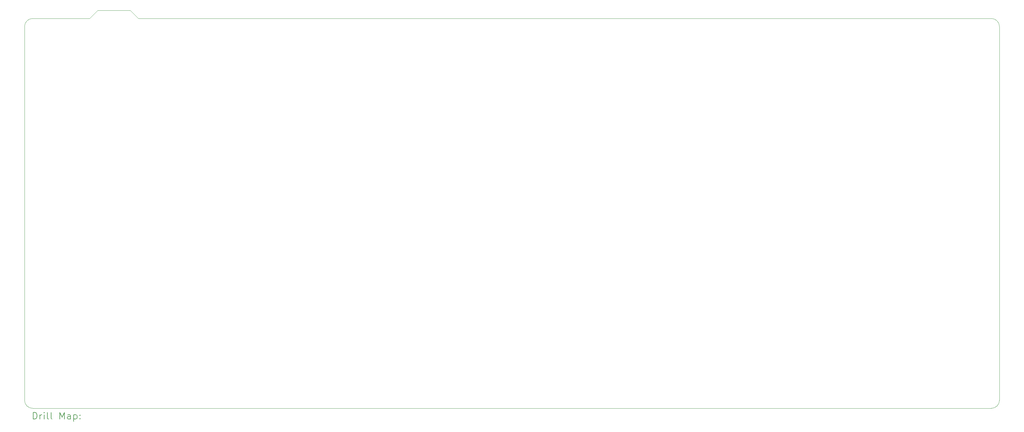
<source format=gbr>
%FSLAX45Y45*%
G04 Gerber Fmt 4.5, Leading zero omitted, Abs format (unit mm)*
G04 Created by KiCad (PCBNEW (6.0.5-0)) date 2022-08-17 23:37:07*
%MOMM*%
%LPD*%
G01*
G04 APERTURE LIST*
%TA.AperFunction,Profile*%
%ADD10C,0.100000*%
%TD*%
%ADD11C,0.200000*%
G04 APERTURE END LIST*
D10*
X4048125Y-1905000D02*
X3810000Y-2143125D01*
X30241875Y-13573125D02*
X2143125Y-13573125D01*
X5000625Y-1905000D02*
X5238750Y-2143125D01*
X4048125Y-1905000D02*
X5000625Y-1905000D01*
X30480005Y-2381250D02*
G75*
G03*
X30241875Y-2143125I-238135J-10D01*
G01*
X1905000Y-13335000D02*
X1905000Y-2381250D01*
X5238750Y-2143125D02*
X30241875Y-2143125D01*
X2143125Y-2143125D02*
X3810000Y-2143125D01*
X2143125Y-2143125D02*
G75*
G03*
X1905000Y-2381250I0J-238125D01*
G01*
X1905000Y-13335000D02*
G75*
G03*
X2143125Y-13573125I238125J0D01*
G01*
X30480000Y-2381250D02*
X30480000Y-13335000D01*
X30241875Y-13573120D02*
G75*
G03*
X30480000Y-13335000I-5J238130D01*
G01*
D11*
X2157619Y-13888601D02*
X2157619Y-13688601D01*
X2205238Y-13688601D01*
X2233810Y-13698125D01*
X2252857Y-13717173D01*
X2262381Y-13736220D01*
X2271905Y-13774315D01*
X2271905Y-13802887D01*
X2262381Y-13840982D01*
X2252857Y-13860030D01*
X2233810Y-13879077D01*
X2205238Y-13888601D01*
X2157619Y-13888601D01*
X2357619Y-13888601D02*
X2357619Y-13755268D01*
X2357619Y-13793363D02*
X2367143Y-13774315D01*
X2376667Y-13764792D01*
X2395714Y-13755268D01*
X2414762Y-13755268D01*
X2481429Y-13888601D02*
X2481429Y-13755268D01*
X2481429Y-13688601D02*
X2471905Y-13698125D01*
X2481429Y-13707649D01*
X2490952Y-13698125D01*
X2481429Y-13688601D01*
X2481429Y-13707649D01*
X2605238Y-13888601D02*
X2586190Y-13879077D01*
X2576667Y-13860030D01*
X2576667Y-13688601D01*
X2710000Y-13888601D02*
X2690952Y-13879077D01*
X2681429Y-13860030D01*
X2681429Y-13688601D01*
X2938571Y-13888601D02*
X2938571Y-13688601D01*
X3005238Y-13831458D01*
X3071905Y-13688601D01*
X3071905Y-13888601D01*
X3252857Y-13888601D02*
X3252857Y-13783839D01*
X3243333Y-13764792D01*
X3224286Y-13755268D01*
X3186190Y-13755268D01*
X3167143Y-13764792D01*
X3252857Y-13879077D02*
X3233809Y-13888601D01*
X3186190Y-13888601D01*
X3167143Y-13879077D01*
X3157619Y-13860030D01*
X3157619Y-13840982D01*
X3167143Y-13821934D01*
X3186190Y-13812411D01*
X3233809Y-13812411D01*
X3252857Y-13802887D01*
X3348095Y-13755268D02*
X3348095Y-13955268D01*
X3348095Y-13764792D02*
X3367143Y-13755268D01*
X3405238Y-13755268D01*
X3424286Y-13764792D01*
X3433809Y-13774315D01*
X3443333Y-13793363D01*
X3443333Y-13850506D01*
X3433809Y-13869553D01*
X3424286Y-13879077D01*
X3405238Y-13888601D01*
X3367143Y-13888601D01*
X3348095Y-13879077D01*
X3529048Y-13869553D02*
X3538571Y-13879077D01*
X3529048Y-13888601D01*
X3519524Y-13879077D01*
X3529048Y-13869553D01*
X3529048Y-13888601D01*
X3529048Y-13764792D02*
X3538571Y-13774315D01*
X3529048Y-13783839D01*
X3519524Y-13774315D01*
X3529048Y-13764792D01*
X3529048Y-13783839D01*
M02*

</source>
